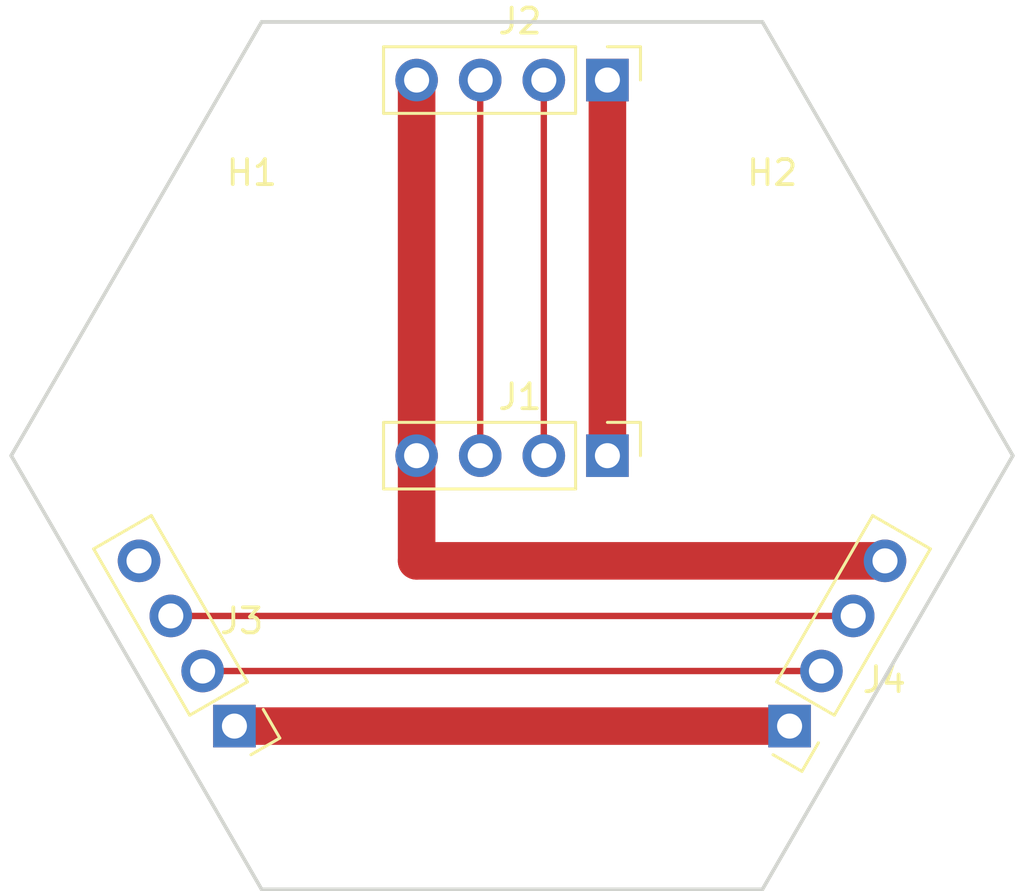
<source format=kicad_pcb>
(kicad_pcb
  (version 4)
  (host
    pcbnew
    jseda-2.0.1
  )
  (general
    (links 0)
    (no_connects 0)
    (area
      104.572999
      74.854999
      178.510001
      123.265001
    )
    (thickness 1.6)
    (drawings 6)
    (tracks 9)
    (zones 1)
    (modules 6)
    (nets 8)
  )
  (page A4)
  (title_block
    (title "Polyledra Edge")
  )
  (setup
    (last_trace_width 0.254)
    (user_trace_width 0.1524)
    (user_trace_width 0.254)
    (user_trace_width 0.3302)
    (user_trace_width 0.508)
    (user_trace_width 0.762)
    (user_trace_width 1.27)
    (trace_clearance 0.254)
    (zone_clearance 0.508)
    (zone_45_only no)
    (trace_min 0.1524)
    (segment_width 0.1524)
    (edge_width 0.1524)
    (via_size 0.6858)
    (via_drill 0.3302)
    (via_min_size 0.6858)
    (via_min_drill 0.3302)
    (user_via
      0.6858
      0.3302
    )
    (user_via
      0.762
      0.4064
    )
    (user_via
      0.8636
      0.508
    )
    (uvia_size 0.6858)
    (uvia_drill 0.3302)
    (uvias_allowed no)
    (uvia_min_size 0)
    (uvia_min_drill 0)
    (pcb_text_width 0.1524)
    (pcb_text_size
      1.016
      1.016
    )
    (mod_edge_width 0.1524)
    (mod_text_size
      1.016
      1.016
    )
    (mod_text_width 0.1524)
    (pad_size
      1.524
      1.524
    )
    (pad_drill 0.762)
    (pad_to_mask_clearance 0.0762)
    (solder_mask_min_width 0.1016)
    (pad_to_paste_clearance -0.0762)
    (aux_axis_origin
      0
      0
    )
    (visible_elements FFFEDF7D)
    (pcbplotparams
      (layerselection 0x310fc_80000001)
      (usegerberextensions true)
      (excludeedgelayer true)
      (linewidth 0.1)
      (plotframeref false)
      (viasonmask false)
      (mode 1)
      (useauxorigin false)
      (hpglpennumber 1)
      (hpglpenspeed 20)
      (hpglpendiameter 15)
      (hpglpenoverlay 2)
      (psnegative false)
      (psa4output false)
      (plotreference true)
      (plotvalue true)
      (plotinvisibletext false)
      (padsonsilk false)
      (subtractmaskfromsilk false)
      (outputformat 1)
      (mirror false)
      (drillshape 0)
      (scaleselection 1)
      (outputdirectory gerbers)
    )
  )
  (layers
    (0
      F.Cu
      signal
    )
    (31
      B.Cu
      signal
    )
    (34
      B.Paste
      user
    )
    (35
      F.Paste
      user
    )
    (36
      B.SilkS
      user
    )
    (37
      F.SilkS
      user
    )
    (38
      B.Mask
      user
    )
    (39
      F.Mask
      user
    )
    (40
      Dwgs.User
      user
    )
    (44
      Edge.Cuts
      user
    )
    (46
      B.CrtYd
      user
    )
    (47
      F.CrtYd
      user
    )
    (48
      B.Fab
      user
    )
    (49
      F.Fab
      user
    )
  )
  (net_class
    Default
    "default net class"
    (clearance 0.254)
    (trace_width 0.254)
    (via_dia 0.6858)
    (via_drill 0.3302)
    (uvia_dia 0.6858)
    (uvia_drill 0.3302)
    (add_net IO_DATA_TO_ARM_1_DATA)
    (add_net IO_CLOCK_TO_ARM_1_CLOCK)
    (add_net ARM_2_DATA_TO_ARM_3_DATA)
    (add_net ARM_2_CLOCK_TO_ARM_3_CLOCK)
    (add_net ARM_2_+5V_NO_CONNECT)
  )
  (net_class
    Power
    "net class for high-power"
    (clearance 0.4)
    (trace_width 1.5)
    (via_dia 1.5)
    (via_drill 0.8)
    (uvia_dia 1.5)
    (uvia_drill 0.8)
    (add_net +5V)
    (add_net GND)
  )
  (net
    0
    ""
  )
  (net
    1
    +5V
  )
  (net
    2
    GND
  )
  (net
    3
    IO_DATA_TO_ARM_1_DATA
  )
  (net
    4
    IO_CLOCK_TO_ARM_1_CLOCK
  )
  (net
    5
    ARM_2_DATA_TO_ARM_3_DATA
  )
  (net
    6
    ARM_2_CLOCK_TO_ARM_3_CLOCK
  )
  (net
    7
    ARM_2_+5V_NO_CONNECT
  )
  (module
    H4-2.54mm
    (at
      150
      100
      -90
    )
    (descr "Through hole straight pin header, 1x04, 2.54mm pitch, single row")
    (tags "Through hole pin header THT 1x04 2.54mm single row")
    (pad
      1
      thru_hole
      rect
      (at
        0
        -3.81
      )
      (size
        1.7
        1.7
      )
      (drill 1)
      (layers
        *.Cu
        *.Paste
        *.Mask
      )
      (net
        2
        GND
      )
    )
    (pad
      2
      thru_hole
      circle
      (at
        0
        -1.27
      )
      (size
        1.7
        1.7
      )
      (drill 1)
      (layers
        *.Cu
        *.Paste
        *.Mask
      )
      (net
        3
        IO_DATA_TO_ARM_1_DATA
      )
    )
    (pad
      3
      thru_hole
      circle
      (at
        0
        1.27
      )
      (size
        1.7
        1.7
      )
      (drill 1)
      (layers
        *.Cu
        *.Paste
        *.Mask
      )
      (net
        4
        IO_CLOCK_TO_ARM_1_CLOCK
      )
    )
    (pad
      4
      thru_hole
      circle
      (at
        0
        3.81
      )
      (size
        1.7
        1.7
      )
      (drill 1)
      (layers
        *.Cu
        *.Paste
        *.Mask
      )
      (net
        1
        +5V
      )
    )
    (fp_text
      reference
      J1
      (at
        -2.3495
        -0.3175
      )
      (layer F.SilkS)
      (effects
        (font
          (size
            1
            1
          )
          (thickness 0.15)
        )
      )
    )
    (fp_text
      value
      IO
      (at
        0
        9.95
      )
      (layer F.Fab)
      (effects
        (font
          (size
            1
            1
          )
          (thickness 0.15)
        )
      )
    )
    (fp_text
      user
      %R
      (at
        0
        0
        90
      )
      (layer F.Fab)
      (effects
        (font
          (size
            1
            1
          )
          (thickness 0.15)
        )
      )
    )
    (fp_line
      (start
        -0.635
        -5.08
      )
      (end
        1.27
        -5.08
      )
      (layer F.Fab)
      (width 0.1)
    )
    (fp_line
      (start
        1.27
        -5.08
      )
      (end
        1.27
        5.08
      )
      (layer F.Fab)
      (width 0.1)
    )
    (fp_line
      (start
        1.27
        5.08
      )
      (end
        -1.27
        5.08
      )
      (layer F.Fab)
      (width 0.1)
    )
    (fp_line
      (start
        -1.27
        5.08
      )
      (end
        -1.27
        -4.445
      )
      (layer F.Fab)
      (width 0.1)
    )
    (fp_line
      (start
        -1.27
        -4.44
      )
      (end
        -0.635
        -5.08
      )
      (layer F.Fab)
      (width 0.1)
    )
    (fp_line
      (start
        -1.33
        5.13
      )
      (end
        1.33
        5.13
      )
      (layer F.SilkS)
      (width 0.12)
    )
    (fp_line
      (start
        -1.33
        -2.54
      )
      (end
        -1.33
        5.13
      )
      (layer F.SilkS)
      (width 0.12)
    )
    (fp_line
      (start
        1.33
        -2.54
      )
      (end
        1.33
        5.13
      )
      (layer F.SilkS)
      (width 0.12)
    )
    (fp_line
      (start
        -1.33
        -2.54
      )
      (end
        1.33
        -2.54
      )
      (layer F.SilkS)
      (width 0.12)
    )
    (fp_line
      (start
        -1.33
        -3.81
      )
      (end
        -1.33
        -5.13
      )
      (layer F.SilkS)
      (width 0.12)
    )
    (fp_line
      (start
        -1.33
        -5.13
      )
      (end
        0
        -5.13
      )
      (layer F.SilkS)
      (width 0.12)
    )
    (fp_line
      (start
        -1.8
        -5.61
      )
      (end
        -1.8
        5.61
      )
      (layer F.CrtYd)
      (width 0.05)
    )
    (fp_line
      (start
        -1.8
        5.61
      )
      (end
        1.8
        5.61
      )
      (layer F.CrtYd)
      (width 0.05)
    )
    (fp_line
      (start
        1.8
        5.61
      )
      (end
        1.8
        -5.61
      )
      (layer F.CrtYd)
      (width 0.05)
    )
    (fp_line
      (start
        1.8
        -5.61
      )
      (end
        -1.8
        -5.61
      )
      (layer F.CrtYd)
      (width 0.05)
    )
    (model
      /usr/share/kicad/modules/packages3d/Connector_PinHeader_2.54mm.3dshapes/PinHeader_1x04_P2.54mm_Vertical.wrl
      (at
        (xyz
          0
          -3.81
          0
        )
      )
      (scale
        (xyz
          1
          1
          1
        )
      )
      (rotate
        (xyz
          0
          0
          0
        )
      )
    )
  )
  (module
    H4-2.54mm
    (at
      150
      85
      -90
    )
    (descr "Through hole straight pin header, 1x04, 2.54mm pitch, single row")
    (tags "Through hole pin header THT 1x04 2.54mm single row")
    (pad
      1
      thru_hole
      rect
      (at
        0
        -3.81
      )
      (size
        1.7
        1.7
      )
      (drill 1)
      (layers
        *.Cu
        *.Paste
        *.Mask
      )
      (net
        2
        GND
      )
    )
    (pad
      2
      thru_hole
      circle
      (at
        0
        -1.27
      )
      (size
        1.7
        1.7
      )
      (drill 1)
      (layers
        *.Cu
        *.Paste
        *.Mask
      )
      (net
        3
        IO_DATA_TO_ARM_1_DATA
      )
    )
    (pad
      3
      thru_hole
      circle
      (at
        0
        1.27
      )
      (size
        1.7
        1.7
      )
      (drill 1)
      (layers
        *.Cu
        *.Paste
        *.Mask
      )
      (net
        4
        IO_CLOCK_TO_ARM_1_CLOCK
      )
    )
    (pad
      4
      thru_hole
      circle
      (at
        0
        3.81
      )
      (size
        1.7
        1.7
      )
      (drill 1)
      (layers
        *.Cu
        *.Paste
        *.Mask
      )
      (net
        1
        +5V
      )
    )
    (fp_text
      reference
      J2
      (at
        -2.3495
        -0.3175
      )
      (layer F.SilkS)
      (effects
        (font
          (size
            1
            1
          )
          (thickness 0.15)
        )
      )
    )
    (fp_text
      value
      ARM_1
      (at
        0
        9.95
      )
      (layer F.Fab)
      (effects
        (font
          (size
            1
            1
          )
          (thickness 0.15)
        )
      )
    )
    (fp_text
      user
      %R
      (at
        0
        0
        90
      )
      (layer F.Fab)
      (effects
        (font
          (size
            1
            1
          )
          (thickness 0.15)
        )
      )
    )
    (fp_line
      (start
        -0.635
        -5.08
      )
      (end
        1.27
        -5.08
      )
      (layer F.Fab)
      (width 0.1)
    )
    (fp_line
      (start
        1.27
        -5.08
      )
      (end
        1.27
        5.08
      )
      (layer F.Fab)
      (width 0.1)
    )
    (fp_line
      (start
        1.27
        5.08
      )
      (end
        -1.27
        5.08
      )
      (layer F.Fab)
      (width 0.1)
    )
    (fp_line
      (start
        -1.27
        5.08
      )
      (end
        -1.27
        -4.445
      )
      (layer F.Fab)
      (width 0.1)
    )
    (fp_line
      (start
        -1.27
        -4.44
      )
      (end
        -0.635
        -5.08
      )
      (layer F.Fab)
      (width 0.1)
    )
    (fp_line
      (start
        -1.33
        5.13
      )
      (end
        1.33
        5.13
      )
      (layer F.SilkS)
      (width 0.12)
    )
    (fp_line
      (start
        -1.33
        -2.54
      )
      (end
        -1.33
        5.13
      )
      (layer F.SilkS)
      (width 0.12)
    )
    (fp_line
      (start
        1.33
        -2.54
      )
      (end
        1.33
        5.13
      )
      (layer F.SilkS)
      (width 0.12)
    )
    (fp_line
      (start
        -1.33
        -2.54
      )
      (end
        1.33
        -2.54
      )
      (layer F.SilkS)
      (width 0.12)
    )
    (fp_line
      (start
        -1.33
        -3.81
      )
      (end
        -1.33
        -5.13
      )
      (layer F.SilkS)
      (width 0.12)
    )
    (fp_line
      (start
        -1.33
        -5.13
      )
      (end
        0
        -5.13
      )
      (layer F.SilkS)
      (width 0.12)
    )
    (fp_line
      (start
        -1.8
        -5.61
      )
      (end
        -1.8
        5.61
      )
      (layer F.CrtYd)
      (width 0.05)
    )
    (fp_line
      (start
        -1.8
        5.61
      )
      (end
        1.8
        5.61
      )
      (layer F.CrtYd)
      (width 0.05)
    )
    (fp_line
      (start
        1.8
        5.61
      )
      (end
        1.8
        -5.61
      )
      (layer F.CrtYd)
      (width 0.05)
    )
    (fp_line
      (start
        1.8
        -5.61
      )
      (end
        -1.8
        -5.61
      )
      (layer F.CrtYd)
      (width 0.05)
    )
    (model
      /usr/share/kicad/modules/packages3d/Connector_PinHeader_2.54mm.3dshapes/PinHeader_1x04_P2.54mm_Vertical.wrl
      (at
        (xyz
          0
          -3.81
          0
        )
      )
      (scale
        (xyz
          1
          1
          1
        )
      )
      (rotate
        (xyz
          0
          0
          0
        )
      )
    )
  )
  (module
    H4-2.54mm
    (at
      137.00961894323342
      107.49999999999999
      210
    )
    (descr "Through hole straight pin header, 1x04, 2.54mm pitch, single row")
    (tags "Through hole pin header THT 1x04 2.54mm single row")
    (pad
      1
      thru_hole
      rect
      (at
        0
        -3.81
      )
      (size
        1.7
        1.7
      )
      (drill 1)
      (layers
        *.Cu
        *.Paste
        *.Mask
      )
      (net
        2
        GND
      )
    )
    (pad
      2
      thru_hole
      circle
      (at
        0
        -1.27
      )
      (size
        1.7
        1.7
      )
      (drill 1)
      (layers
        *.Cu
        *.Paste
        *.Mask
      )
      (net
        5
        ARM_2_DATA_TO_ARM_3_DATA
      )
    )
    (pad
      3
      thru_hole
      circle
      (at
        0
        1.27
      )
      (size
        1.7
        1.7
      )
      (drill 1)
      (layers
        *.Cu
        *.Paste
        *.Mask
      )
      (net
        6
        ARM_2_CLOCK_TO_ARM_3_CLOCK
      )
    )
    (pad
      4
      thru_hole
      circle
      (at
        0
        3.81
      )
      (size
        1.7
        1.7
      )
      (drill 1)
      (layers
        *.Cu
        *.Paste
        *.Mask
      )
      (net
        7
        ARM_2_+5V_NO_CONNECT
      )
    )
    (fp_text
      reference
      J3
      (at
        -2.3495
        -0.3175
      )
      (layer F.SilkS)
      (effects
        (font
          (size
            1
            1
          )
          (thickness 0.15)
        )
      )
    )
    (fp_text
      value
      ARM_2
      (at
        0
        9.95
      )
      (layer F.Fab)
      (effects
        (font
          (size
            1
            1
          )
          (thickness 0.15)
        )
      )
    )
    (fp_text
      user
      %R
      (at
        0
        0
        90
      )
      (layer F.Fab)
      (effects
        (font
          (size
            1
            1
          )
          (thickness 0.15)
        )
      )
    )
    (fp_line
      (start
        -0.635
        -5.08
      )
      (end
        1.27
        -5.08
      )
      (layer F.Fab)
      (width 0.1)
    )
    (fp_line
      (start
        1.27
        -5.08
      )
      (end
        1.27
        5.08
      )
      (layer F.Fab)
      (width 0.1)
    )
    (fp_line
      (start
        1.27
        5.08
      )
      (end
        -1.27
        5.08
      )
      (layer F.Fab)
      (width 0.1)
    )
    (fp_line
      (start
        -1.27
        5.08
      )
      (end
        -1.27
        -4.445
      )
      (layer F.Fab)
      (width 0.1)
    )
    (fp_line
      (start
        -1.27
        -4.44
      )
      (end
        -0.635
        -5.08
      )
      (layer F.Fab)
      (width 0.1)
    )
    (fp_line
      (start
        -1.33
        5.13
      )
      (end
        1.33
        5.13
      )
      (layer F.SilkS)
      (width 0.12)
    )
    (fp_line
      (start
        -1.33
        -2.54
      )
      (end
        -1.33
        5.13
      )
      (layer F.SilkS)
      (width 0.12)
    )
    (fp_line
      (start
        1.33
        -2.54
      )
      (end
        1.33
        5.13
      )
      (layer F.SilkS)
      (width 0.12)
    )
    (fp_line
      (start
        -1.33
        -2.54
      )
      (end
        1.33
        -2.54
      )
      (layer F.SilkS)
      (width 0.12)
    )
    (fp_line
      (start
        -1.33
        -3.81
      )
      (end
        -1.33
        -5.13
      )
      (layer F.SilkS)
      (width 0.12)
    )
    (fp_line
      (start
        -1.33
        -5.13
      )
      (end
        0
        -5.13
      )
      (layer F.SilkS)
      (width 0.12)
    )
    (fp_line
      (start
        -1.8
        -5.61
      )
      (end
        -1.8
        5.61
      )
      (layer F.CrtYd)
      (width 0.05)
    )
    (fp_line
      (start
        -1.8
        5.61
      )
      (end
        1.8
        5.61
      )
      (layer F.CrtYd)
      (width 0.05)
    )
    (fp_line
      (start
        1.8
        5.61
      )
      (end
        1.8
        -5.61
      )
      (layer F.CrtYd)
      (width 0.05)
    )
    (fp_line
      (start
        1.8
        -5.61
      )
      (end
        -1.8
        -5.61
      )
      (layer F.CrtYd)
      (width 0.05)
    )
    (model
      /usr/share/kicad/modules/packages3d/Connector_PinHeader_2.54mm.3dshapes/PinHeader_1x04_P2.54mm_Vertical.wrl
      (at
        (xyz
          0
          -3.81
          0
        )
      )
      (scale
        (xyz
          1
          1
          1
        )
      )
      (rotate
        (xyz
          0
          0
          0
        )
      )
    )
  )
  (module
    H4-2.54mm
    (at
      162.99038105676658
      107.5
      150
    )
    (descr "Through hole straight pin header, 1x04, 2.54mm pitch, single row")
    (tags "Through hole pin header THT 1x04 2.54mm single row")
    (pad
      1
      thru_hole
      rect
      (at
        0
        -3.81
      )
      (size
        1.7
        1.7
      )
      (drill 1)
      (layers
        *.Cu
        *.Paste
        *.Mask
      )
      (net
        2
        GND
      )
    )
    (pad
      2
      thru_hole
      circle
      (at
        0
        -1.27
      )
      (size
        1.7
        1.7
      )
      (drill 1)
      (layers
        *.Cu
        *.Paste
        *.Mask
      )
      (net
        5
        ARM_2_DATA_TO_ARM_3_DATA
      )
    )
    (pad
      3
      thru_hole
      circle
      (at
        0
        1.27
      )
      (size
        1.7
        1.7
      )
      (drill 1)
      (layers
        *.Cu
        *.Paste
        *.Mask
      )
      (net
        6
        ARM_2_CLOCK_TO_ARM_3_CLOCK
      )
    )
    (pad
      4
      thru_hole
      circle
      (at
        0
        3.81
      )
      (size
        1.7
        1.7
      )
      (drill 1)
      (layers
        *.Cu
        *.Paste
        *.Mask
      )
      (net
        1
        +5V
      )
    )
    (fp_text
      reference
      J4
      (at
        -2.3495
        -0.3175
      )
      (layer F.SilkS)
      (effects
        (font
          (size
            1
            1
          )
          (thickness 0.15)
        )
      )
    )
    (fp_text
      value
      ARM_3
      (at
        0
        9.95
      )
      (layer F.Fab)
      (effects
        (font
          (size
            1
            1
          )
          (thickness 0.15)
        )
      )
    )
    (fp_text
      user
      %R
      (at
        0
        0
        90
      )
      (layer F.Fab)
      (effects
        (font
          (size
            1
            1
          )
          (thickness 0.15)
        )
      )
    )
    (fp_line
      (start
        -0.635
        -5.08
      )
      (end
        1.27
        -5.08
      )
      (layer F.Fab)
      (width 0.1)
    )
    (fp_line
      (start
        1.27
        -5.08
      )
      (end
        1.27
        5.08
      )
      (layer F.Fab)
      (width 0.1)
    )
    (fp_line
      (start
        1.27
        5.08
      )
      (end
        -1.27
        5.08
      )
      (layer F.Fab)
      (width 0.1)
    )
    (fp_line
      (start
        -1.27
        5.08
      )
      (end
        -1.27
        -4.445
      )
      (layer F.Fab)
      (width 0.1)
    )
    (fp_line
      (start
        -1.27
        -4.44
      )
      (end
        -0.635
        -5.08
      )
      (layer F.Fab)
      (width 0.1)
    )
    (fp_line
      (start
        -1.33
        5.13
      )
      (end
        1.33
        5.13
      )
      (layer F.SilkS)
      (width 0.12)
    )
    (fp_line
      (start
        -1.33
        -2.54
      )
      (end
        -1.33
        5.13
      )
      (layer F.SilkS)
      (width 0.12)
    )
    (fp_line
      (start
        1.33
        -2.54
      )
      (end
        1.33
        5.13
      )
      (layer F.SilkS)
      (width 0.12)
    )
    (fp_line
      (start
        -1.33
        -2.54
      )
      (end
        1.33
        -2.54
      )
      (layer F.SilkS)
      (width 0.12)
    )
    (fp_line
      (start
        -1.33
        -3.81
      )
      (end
        -1.33
        -5.13
      )
      (layer F.SilkS)
      (width 0.12)
    )
    (fp_line
      (start
        -1.33
        -5.13
      )
      (end
        0
        -5.13
      )
      (layer F.SilkS)
      (width 0.12)
    )
    (fp_line
      (start
        -1.8
        -5.61
      )
      (end
        -1.8
        5.61
      )
      (layer F.CrtYd)
      (width 0.05)
    )
    (fp_line
      (start
        -1.8
        5.61
      )
      (end
        1.8
        5.61
      )
      (layer F.CrtYd)
      (width 0.05)
    )
    (fp_line
      (start
        1.8
        5.61
      )
      (end
        1.8
        -5.61
      )
      (layer F.CrtYd)
      (width 0.05)
    )
    (fp_line
      (start
        1.8
        -5.61
      )
      (end
        -1.8
        -5.61
      )
      (layer F.CrtYd)
      (width 0.05)
    )
    (model
      /usr/share/kicad/modules/packages3d/Connector_PinHeader_2.54mm.3dshapes/PinHeader_1x04_P2.54mm_Vertical.wrl
      (at
        (xyz
          0
          -3.81
          0
        )
      )
      (scale
        (xyz
          1
          1
          1
        )
      )
      (rotate
        (xyz
          0
          0
          0
        )
      )
    )
  )
  (module
    M4
    (at
      139.60769515458674
      94
    )
    (descr "Mounting Hole 4.3mm, no annular, M4")
    (tags "mounting hole 4.3mm no annular m4")
    (pad
      1
      np_thru_hole
      circle
      (at
        0
        0
      )
      (size
        4.3
        4.3
      )
      (drill 4.3)
      (layers
        *.Cu
        *.Mask
      )
      (net
        2
        GND
      )
    )
    (fp_text
      reference
      H1
      (at
        0
        -5.3
      )
      (layer F.SilkS)
      (effects
        (font
          (size
            1
            1
          )
          (thickness 0.15)
        )
      )
    )
    (fp_text
      value
      M4
      (at
        0
        5.3
      )
      (layer F.Fab)
      (effects
        (font
          (size
            1
            1
          )
          (thickness 0.15)
        )
      )
    )
    (fp_circle
      (center
        0
        0
      )
      (end
        4.55
        0
      )
      (layer F.CrtYd)
      (width 0.05)

    )
  )
  (module
    M4
    (at
      160.39230484541326
      94
    )
    (descr "Mounting Hole 4.3mm, no annular, M4")
    (tags "mounting hole 4.3mm no annular m4")
    (pad
      1
      np_thru_hole
      circle
      (at
        0
        0
      )
      (size
        4.3
        4.3
      )
      (drill 4.3)
      (layers
        *.Cu
        *.Mask
      )
      (net
        2
        GND
      )
    )
    (fp_text
      reference
      H2
      (at
        0
        -5.3
      )
      (layer F.SilkS)
      (effects
        (font
          (size
            1
            1
          )
          (thickness 0.15)
        )
      )
    )
    (fp_text
      value
      M4
      (at
        0
        5.3
      )
      (layer F.Fab)
      (effects
        (font
          (size
            1
            1
          )
          (thickness 0.15)
        )
      )
    )
    (fp_circle
      (center
        0
        0
      )
      (end
        4.55
        0
      )
      (layer F.CrtYd)
      (width 0.05)

    )
  )
  (segment
    (start
      153.81
      100
    )
    (end
      153.81
      85
    )
    (width 1.5)
    (layer F.Cu)
    (net
      2
    )
  )
  (segment
    (start
      151.27
      100
    )
    (end
      151.27
      85
    )
    (width 0.254)
    (layer F.Cu)
    (net
      3
    )
  )
  (segment
    (start
      148.73
      100
    )
    (end
      148.73
      85
    )
    (width 0.254)
    (layer F.Cu)
    (net
      4
    )
  )
  (segment
    (start
      146.19
      100
    )
    (end
      146.19
      85
    )
    (width 1.5)
    (layer F.Cu)
    (net
      1
    )
  )
  (segment
    (start
      138.91461894323342
      110.7995567884187
    )
    (end
      161.08538105676658
      110.79955678841871
    )
    (width 1.5)
    (layer F.Cu)
    (net
      2
    )
  )
  (segment
    (start
      137.6446189432334
      108.59985226280622
    )
    (end
      162.3553810567666
      108.59985226280624
    )
    (width 0.254)
    (layer F.Cu)
    (net
      5
    )
  )
  (segment
    (start
      136.37461894323343
      106.40014773719375
    )
    (end
      163.62538105676657
      106.40014773719376
    )
    (width 0.254)
    (layer F.Cu)
    (net
      6
    )
  )
  (segment
    (start
      146.19
      100
    )
    (end
      146.19
      104.20044321158129
    )
    (width 1.5)
    (layer F.Cu)
    (net
      1
    )
  )
  (segment
    (start
      146.19
      104.20044321158129
    )
    (end
      164.89538105676658
      104.20044321158129
    )
    (width 1.5)
    (layer F.Cu)
    (net
      1
    )
  )
  (zone
    (net
      2
    )
    (layer F.Cu)
    (hatch
      edge
      0.508
    )
    (connect_pads
      (clearance 0.2)
    )
    (min_thickness 0.1778)
    (fill
      (arc_segments 16)
      (thermal_gap 0.254)
      (thermal_bridge_width 0.4064)
    )
    (polygon
      (pts
        (xy
          170
          100
        )
        (xy
          160
          117.32050807568876
        )
        (xy
          140
          117.32050807568878
        )
        (xy
          130
          100
        )
        (xy
          140
          82.67949192431124
        )
        (xy
          160
          82.67949192431124
        )
        (xy
          170
          100
        )
      )
    )
    (net_name GND)
  )
  (gr_line
    (start
      170
      100
    )
    (end
      160
      117.32050807568876
    )
    (angle 90)
    (layer Edge.Cuts)
    (width 0.15)
  )
  (gr_line
    (start
      160
      117.32050807568876
    )
    (end
      140
      117.32050807568878
    )
    (angle 90)
    (layer Edge.Cuts)
    (width 0.15)
  )
  (gr_line
    (start
      140
      117.32050807568878
    )
    (end
      130
      100
    )
    (angle 90)
    (layer Edge.Cuts)
    (width 0.15)
  )
  (gr_line
    (start
      130
      100
    )
    (end
      140
      82.67949192431124
    )
    (angle 90)
    (layer Edge.Cuts)
    (width 0.15)
  )
  (gr_line
    (start
      140
      82.67949192431124
    )
    (end
      160
      82.67949192431124
    )
    (angle 90)
    (layer Edge.Cuts)
    (width 0.15)
  )
  (gr_line
    (start
      160
      82.67949192431124
    )
    (end
      170
      100
    )
    (angle 90)
    (layer Edge.Cuts)
    (width 0.15)
  )
)

</source>
